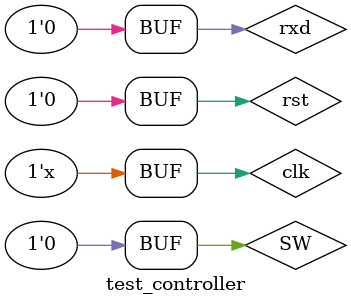
<source format=v>
`timescale 1ns / 1ps

module test_controller;

	// Inputs
	reg clk;
	reg SW;
	reg rst;
	reg rxd;

	// Outputs
	wire txd;
	wire [7:0] word;
	
	controller uut (
		.clk(clk), 
		.SW(SW), 
		.rst(rst),
		.rxd(rxd),
		.txd(txd),
		.LD(word)
	);

	initial begin
		clk = 0;
		SW = 0;
		rst = 0;
		rxd = 1;
	end

	 always begin
        # 1 clk = ~clk;
    end

	always begin
		# 1000000 SW = 1;
		# 1000000000 SW = 0;
	end
	
	always begin
        # 20832 rxd = 0;
        # 20832 rxd = 1;
		  # 166656 rxd = 0;
    end

endmodule


</source>
